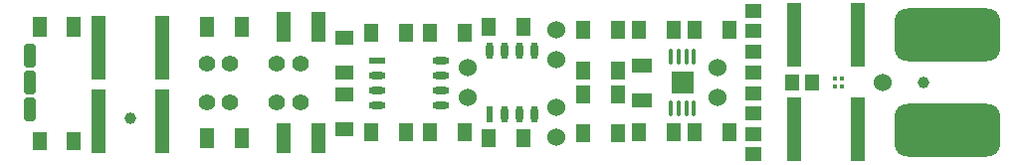
<source format=gbr>
%FSTAX23Y23*%
%MOMM*%
%SFA1B1*%

%IPPOS*%
%AMD32*
4,1,8,-0.500380,0.749300,-0.500380,-0.749300,-0.248920,-1.000760,0.248920,-1.000760,0.500380,-0.749300,0.500380,0.749300,0.248920,1.000760,-0.248920,1.000760,-0.500380,0.749300,0.0*
1,1,0.500000,-0.248920,0.749300*
1,1,0.500000,-0.248920,-0.749300*
1,1,0.500000,0.248920,-0.749300*
1,1,0.500000,0.248920,0.749300*
%
%AMD33*
4,1,8,3.375660,2.250440,-3.375660,2.250440,-4.500880,1.125220,-4.500880,-1.125220,-3.375660,-2.250440,3.375660,-2.250440,4.500880,-1.125220,4.500880,1.125220,3.375660,2.250440,0.0*
1,1,2.250000,3.375660,1.125220*
1,1,2.250000,-3.375660,1.125220*
1,1,2.250000,-3.375660,-1.125220*
1,1,2.250000,3.375660,-1.125220*
%
%ADD10O,1.449997X0.599999*%
%ADD11R,1.449997X0.599999*%
%ADD12O,0.599999X1.449997*%
%ADD13R,0.599999X1.449997*%
%ADD14O,0.419999X1.349997*%
%ADD15R,1.979996X1.879996*%
%ADD16R,1.299997X1.549997*%
%ADD17R,1.549997X1.299997*%
%ADD18R,1.199998X1.349997*%
%ADD19R,1.349997X1.199998*%
%ADD20R,0.399999X0.299999*%
%ADD21C,0.999998*%
%ADD22R,1.149998X1.749997*%
%ADD23R,1.749997X1.149998*%
%ADD24R,1.299997X5.399989*%
%ADD25R,1.149998X2.649995*%
%ADD31C,1.399997*%
G04~CAMADD=32~8~0.0~0.0~787.4~393.7~98.4~0.0~15~0.0~0.0~0.0~0.0~0~0.0~0.0~0.0~0.0~0~0.0~0.0~0.0~90.0~394.0~788.0*
%ADD32D32*%
G04~CAMADD=33~8~0.0~0.0~3543.3~1771.7~442.9~0.0~15~0.0~0.0~0.0~0.0~0~0.0~0.0~0.0~0.0~0~0.0~0.0~0.0~0.0~3543.3~1771.7*
%ADD33D33*%
%ADD34C,1.523997*%
%LNmicamp_pads_top-1*%
%LPD*%
G54D10*
X35924Y06094D03*
Y07364D03*
Y08634D03*
Y09904D03*
X30474Y06094D03*
Y07364D03*
Y08634D03*
G54D11*
X30474Y09904D03*
G54D12*
X43904Y10724D03*
X42634D03*
X41364D03*
X40094D03*
X43904Y05274D03*
X42634D03*
X41364D03*
G54D13*
X40094Y05274D03*
G54D14*
X55524Y05774D03*
X56174D03*
X56824D03*
X57474D03*
X55524Y10224D03*
X56174D03*
X56824D03*
X57474D03*
G54D15*
X56499Y07999D03*
G54D16*
X48024Y08999D03*
X50974D03*
Y06974D03*
X48024D03*
X42974Y12749D03*
X40024D03*
X32974Y12249D03*
X30024D03*
X04724Y02999D03*
X01774D03*
X37974Y12249D03*
X35024D03*
X48024Y12499D03*
X50974D03*
X48024Y03699D03*
X50974D03*
X37974Y03774D03*
X35024D03*
X32974Y03749D03*
X30024D03*
X57524D03*
X60474D03*
X57524Y12474D03*
X60474D03*
X42974Y03249D03*
X40024D03*
X55724Y03749D03*
X52774D03*
Y12499D03*
X55724D03*
G54D17*
X27749Y11824D03*
Y08874D03*
Y04024D03*
Y06974D03*
G54D18*
X65799Y07999D03*
X67499D03*
G54D19*
X62499Y14099D03*
Y12399D03*
Y01924D03*
Y03624D03*
Y05399D03*
Y07099D03*
Y10599D03*
Y08899D03*
G54D20*
X69429Y08319D03*
Y07679D03*
X70069D03*
Y08319D03*
G54D21*
X09499Y04949D03*
X76999Y07999D03*
G54D22*
X04724Y12749D03*
X01774D03*
X18974D03*
X16024D03*
Y03249D03*
X18974D03*
G54D23*
X52999Y09474D03*
Y06524D03*
G54D24*
X65999Y12059D03*
X71399D03*
X06799Y10999D03*
X12199D03*
Y04749D03*
X06799D03*
X65999Y04024D03*
X71399D03*
G54D25*
X25474Y12749D03*
X22524D03*
Y03249D03*
X25474D03*
G54D31*
X23999Y09649D03*
X21999D03*
X17999D03*
X15999D03*
Y0635D03*
X17999D03*
X21999D03*
X23999D03*
G54D32*
X00999Y05699D03*
Y07999D03*
Y10299D03*
G54D33*
X78999Y03939D03*
Y12059D03*
G54D34*
X73499Y07999D03*
X38249Y06749D03*
Y09249D03*
X45749Y12499D03*
Y09999D03*
Y05899D03*
Y03399D03*
X59499Y09249D03*
Y06749D03*
M02*
</source>
